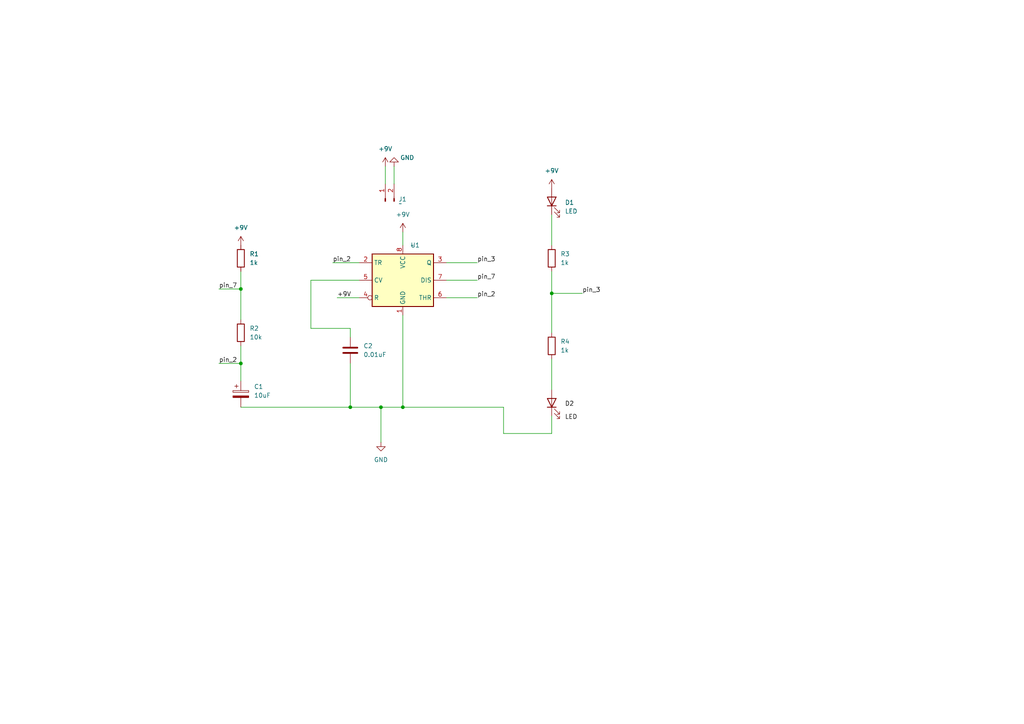
<source format=kicad_sch>
(kicad_sch (version 20230121) (generator eeschema)
  (paper "A4")
  (lib_symbols
    (symbol "Connector:Conn_01x02_Pin" (pin_names (offset 1.016) hide)
      (property "Reference" "J" (at 0 2.54 0))
      (property "Value" "Conn_01x02_Pin" (at 0 -5.08 0))
      (symbol "Conn_01x02_Pin_1_1"
        (polyline (pts (xy 1.27 -2.54) (xy 0.8636 -2.54)) (stroke (width 0.1524)))
        (polyline (pts (xy 1.27 0) (xy 0.8636 0)) (stroke (width 0.1524)))
        (rectangle (start 0.8636 -2.413) (end 0 -2.667) (stroke (width 0.1524)) (fill (type outline)))
        (rectangle (start 0.8636 0.127) (end 0 -0.127) (stroke (width 0.1524)) (fill (type outline)))
        (pin passive line (at 5.08 0 180) (length 3.81) (name "Pin_1") (number "1"))
        (pin passive line (at 5.08 -2.54 180) (length 3.81) (name "Pin_2") (number "2"))
      )
    )
    (symbol "Device:C" (pin_numbers hide) (pin_names (offset 0.254))
      (property "Reference" "C" (at 0.635 2.54 0))
      (property "Value" "C" (at 0.635 -2.54 0))
      (symbol "C_0_1"
        (polyline (pts (xy -2.032 -0.762) (xy 2.032 -0.762)) (stroke (width 0.508)))
        (polyline (pts (xy -2.032 0.762) (xy 2.032 0.762)) (stroke (width 0.508)))
      )
      (symbol "C_1_1"
        (pin passive line (at 0 3.81 270) (length 2.794) (name "~") (number "1"))
        (pin passive line (at 0 -3.81 90) (length 2.794) (name "~") (number "2"))
      )
    )
    (symbol "Device:C_Polarized" (pin_numbers hide) (pin_names (offset 0.254))
      (property "Reference" "C" (at 0.635 2.54 0))
      (property "Value" "C_Polarized" (at 0.635 -2.54 0))
      (symbol "C_Polarized_0_1"
        (rectangle (start -2.286 0.508) (end 2.286 1.016))
        (polyline (pts (xy -1.778 2.286) (xy -0.762 2.286)))
        (polyline (pts (xy -1.27 2.794) (xy -1.27 1.778)))
        (rectangle (start 2.286 -0.508) (end -2.286 -1.016) (fill (type outline)))
      )
      (symbol "C_Polarized_1_1"
        (pin passive line (at 0 3.81 270) (length 2.794) (name "~") (number "1"))
        (pin passive line (at 0 -3.81 90) (length 2.794) (name "~") (number "2"))
      )
    )
    (symbol "Device:LED" (pin_numbers hide) (pin_names (offset 1.016) hide)
      (property "Reference" "D" (at 0 2.54 0))
      (property "Value" "LED" (at 0 -2.54 0))
      (symbol "LED_0_1"
        (polyline (pts (xy -1.27 -1.27) (xy -1.27 1.27)) (stroke (width 0.254)))
        (polyline (pts (xy -1.27 0) (xy 1.27 0)))
        (polyline (pts (xy 1.27 -1.27) (xy 1.27 1.27) (xy -1.27 0) (xy 1.27 -1.27)) (stroke (width 0.254)))
        (polyline (pts (xy -3.048 -0.762) (xy -4.572 -2.286) (xy -3.81 -2.286) (xy -4.572 -2.286) (xy -4.572 -1.524)))
        (polyline (pts (xy -1.778 -0.762) (xy -3.302 -2.286) (xy -2.54 -2.286) (xy -3.302 -2.286) (xy -3.302 -1.524)))
      )
      (symbol "LED_1_1"
        (pin passive line (at -3.81 0 0) (length 2.54) (name "K") (number "1"))
        (pin passive line (at 3.81 0 180) (length 2.54) (name "A") (number "2"))
      )
    )
    (symbol "Device:R" (pin_numbers hide) (pin_names (offset 0))
      (property "Reference" "R" (at 2.032 0 90))
      (property "Value" "R" (at 0 0 90))
      (symbol "R_0_1"
        (rectangle (start -1.016 -2.54) (end 1.016 2.54) (stroke (width 0.254)))
      )
      (symbol "R_1_1"
        (pin passive line (at 0 3.81 270) (length 1.27) (name "~") (number "1"))
        (pin passive line (at 0 -3.81 90) (length 1.27) (name "~") (number "2"))
      )
    )
    (symbol "Timer:NE555D"
      (property "Reference" "U" (at -10.16 8.89 0))
      (property "Value" "NE555D" (at 2.54 8.89 0))
      (symbol "NE555D_0_0"
        (pin power_in line (at 0 -10.16 90) (length 2.54) (name "GND") (number "1"))
        (pin power_in line (at 0 10.16 270) (length 2.54) (name "VCC") (number "8"))
      )
      (symbol "NE555D_0_1"
        (rectangle (start -8.89 -7.62) (end 8.89 7.62) (stroke (width 0.254)) (fill (type background)))
        (rectangle (start -8.89 -7.62) (end 8.89 7.62) (stroke (width 0.254)) (fill (type background)))
      )
      (symbol "NE555D_1_1"
        (pin input line (at -12.7 5.08 0) (length 3.81) (name "TR") (number "2"))
        (pin output line (at 12.7 5.08 180) (length 3.81) (name "Q") (number "3"))
        (pin input inverted (at -12.7 -5.08 0) (length 3.81) (name "R") (number "4"))
        (pin input line (at -12.7 0 0) (length 3.81) (name "CV") (number "5"))
        (pin input line (at 12.7 -5.08 180) (length 3.81) (name "THR") (number "6"))
        (pin input line (at 12.7 0 180) (length 3.81) (name "DIS") (number "7"))
      )
    )
    (symbol "power:+9V" (power) (pin_names (offset 0))
      (property "Value" "+9V" (at 0 3.556 0))
      (symbol "+9V_0_1"
        (polyline (pts (xy -0.762 1.27) (xy 0 2.54)))
        (polyline (pts (xy 0 0) (xy 0 2.54)))
        (polyline (pts (xy 0 2.54) (xy 0.762 1.27)))
      )
      (symbol "+9V_1_1"
        (pin power_in line (at 0 0 90) (length 0) hide (name "+9V") (number "1"))
      )
    )
    (symbol "power:GND" (power) (pin_names (offset 0))
      (property "Value" "GND" (at 0 -3.81 0))
      (symbol "GND_0_1"
        (polyline (pts (xy 0 0) (xy 0 -1.27) (xy 1.27 -1.27) (xy 0 -2.54) (xy -1.27 -1.27) (xy 0 -1.27)))
      )
      (symbol "GND_1_1"
        (pin power_in line (at 0 0 270) (length 0) hide (name "GND") (number "1"))
      )
    )
  )
  (junction (at 101.6 118.11))
  (junction (at 110.49 118.11))
  (junction (at 69.85 105.41))
  (junction (at 160.02 85.09))
  (junction (at 116.84 118.11))
  (junction (at 69.85 83.82))
  (wire (pts (xy 97.79 86.36) (xy 104.14 86.36)))
  (wire (pts (xy 69.85 100.33) (xy 69.85 105.41)))
  (wire (pts (xy 90.17 81.28) (xy 104.14 81.28)))
  (wire (pts (xy 110.49 118.11) (xy 110.49 128.27)))
  (wire (pts (xy 69.85 78.74) (xy 69.85 83.82)))
  (wire (pts (xy 69.85 105.41) (xy 69.85 110.49)))
  (wire (pts (xy 146.05 125.73) (xy 160.02 125.73)))
  (wire (pts (xy 160.02 120.65) (xy 160.02 125.73)))
  (wire (pts (xy 110.49 118.11) (xy 116.84 118.11)))
  (wire (pts (xy 160.02 85.09) (xy 160.02 96.52)))
  (wire (pts (xy 129.54 86.36) (xy 138.43 86.36)))
  (wire (pts (xy 63.5 83.82) (xy 69.85 83.82)))
  (wire (pts (xy 101.6 95.25) (xy 90.17 95.25)))
  (wire (pts (xy 160.02 78.74) (xy 160.02 85.09)))
  (wire (pts (xy 146.05 118.11) (xy 146.05 125.73)))
  (wire (pts (xy 160.02 85.09) (xy 168.91 85.09)))
  (wire (pts (xy 116.84 118.11) (xy 146.05 118.11)))
  (wire (pts (xy 63.5 105.41) (xy 69.85 105.41)))
  (wire (pts (xy 116.84 91.44) (xy 116.84 118.11)))
  (wire (pts (xy 101.6 97.79) (xy 101.6 95.25)))
  (wire (pts (xy 114.3 48.26) (xy 114.3 53.34)))
  (wire (pts (xy 69.85 118.11) (xy 101.6 118.11)))
  (wire (pts (xy 116.84 67.31) (xy 116.84 71.12)))
  (wire (pts (xy 101.6 105.41) (xy 101.6 118.11)))
  (wire (pts (xy 129.54 76.2) (xy 138.43 76.2)))
  (wire (pts (xy 160.02 104.14) (xy 160.02 113.03)))
  (wire (pts (xy 101.6 118.11) (xy 110.49 118.11)))
  (wire (pts (xy 160.02 62.23) (xy 160.02 71.12)))
  (wire (pts (xy 90.17 95.25) (xy 90.17 81.28)))
  (wire (pts (xy 69.85 83.82) (xy 69.85 92.71)))
  (wire (pts (xy 129.54 81.28) (xy 138.43 81.28)))
  (wire (pts (xy 96.52 76.2) (xy 104.14 76.2)))
  (wire (pts (xy 111.76 48.26) (xy 111.76 53.34)))
  (label "LED" (at 163.83 121.92 0))
  (label "pin_3" (at 138.43 76.2 0))
  (label "pin_2" (at 63.5 105.41 0))
  (label "D2" (at 163.83 118.11 0))
  (label "pin_7" (at 63.5 83.82 0))
  (label "pin_2" (at 138.43 86.36 0))
  (label "pin_2" (at 96.52 76.2 0))
  (label "pin_3" (at 168.91 85.09 0))
  (label "+9V" (at 97.79 86.36 0))
  (label "pin_7" (at 138.43 81.28 0))
  (symbol (lib_id "Device:C_Polarized") (at 69.85 114.3 0) (unit 1)
    (property "Reference" "C1" (at 73.66 112.141 0) (effects (justify left)))
    (property "Value" "10uF" (at 73.66 114.681 0) (effects (justify left)))
    (property "Footprint" "CP_EIA-3216-18_Kemet-A_Pad1.58x1.35mm_HandSolder" (effects hide))
  )
  (symbol (lib_id "power:+9V") (at 111.76 48.26 0) (unit 1)
    (property "Reference" "#PWR05" (effects hide))
    (property "Value" "+9V" (at 111.76 43.18 0))
  )
  (symbol (lib_id "power:GND") (at 110.49 128.27 0) (unit 1)
    (property "Reference" "#PWR01" (effects hide))
    (property "Value" "GND" (at 110.49 133.35 0))
  )
  (symbol (lib_id "Device:C") (at 101.6 101.6 0) (unit 1)
    (property "Reference" "C2" (at 105.41 100.33 0) (effects (justify left)))
    (property "Value" "0.01uF" (at 105.41 102.87 0) (effects (justify left)))
    (property "Footprint" "C_0805_2012Metric_Pad1.18x1.45mm_HandSolder" (effects hide))
  )
  (symbol (lib_id "power:+9V") (at 160.02 54.61 0) (unit 1)
    (property "Reference" "#PWR03" (effects hide))
    (property "Value" "+9V" (at 160.02 49.53 0))
  )
  (symbol (lib_id "Device:LED") (at 160.02 58.42 90) (unit 1)
    (property "Reference" "D1" (at 163.83 58.7375 90) (effects (justify right)))
    (property "Value" "LED" (at 163.83 61.2775 90) (effects (justify right)))
  )
  (symbol (lib_id "Device:R") (at 160.02 74.93 0) (unit 1)
    (property "Reference" "R3" (at 162.56 73.66 0) (effects (justify left)))
    (property "Value" "1k" (at 162.56 76.2 0) (effects (justify left)))
    (property "Footprint" "R_0805_2012Metric_Pad1.20x1.40mm_HandSolder" (effects hide))
  )
  (symbol (lib_id "Timer:NE555D") (at 116.84 81.28 0) (unit 1)
    (property "Reference" "U1" (at 119.0341 71.12 0) (effects (justify left)))
    (property "Value" "~" (at 119.0341 71.12 0) (effects (justify left)))
    (property "Footprint" "SOIC-8-1EP_3.9x4.9mm_P1.27mm_EP2.29x3mm" (effects hide))
    (property "Datasheet" "http://www.ti.com/lit/ds/symlink/ne555.pdf" (effects hide))
  )
  (symbol (lib_id "Connector:Conn_01x02_Pin") (at 111.76 58.42 90) (unit 1)
    (property "Reference" "J1" (at 115.57 57.785 90) (effects (justify right)))
    (property "Value" "~" (at 115.57 59.055 90) (effects (justify right)))
    (property "Footprint" "JST_EH_S2B-EH_1x02_P2.50mm_Horizontal" (effects hide))
  )
  (symbol (lib_id "power:GND") (at 114.3 48.26 180) (unit 1)
    (property "Reference" "#PWR02" (effects hide))
    (property "Value" "GND" (at 118.11 45.72 0))
  )
  (symbol (lib_id "Device:R") (at 69.85 74.93 0) (unit 1)
    (property "Reference" "R1" (at 72.39 73.66 0) (effects (justify left)))
    (property "Value" "1k" (at 72.39 76.2 0) (effects (justify left)))
    (property "Footprint" "R_0805_2012Metric_Pad1.20x1.40mm_HandSolder" (effects hide))
  )
  (symbol (lib_id "power:+9V") (at 69.85 71.12 0) (unit 1)
    (property "Reference" "#PWR04" (effects hide))
    (property "Value" "+9V" (at 69.85 66.04 0))
  )
  (symbol (lib_id "Device:R") (at 160.02 100.33 0) (unit 1)
    (property "Reference" "R4" (at 162.56 99.06 0) (effects (justify left)))
    (property "Value" "1k" (at 162.56 101.6 0) (effects (justify left)))
    (property "Footprint" "R_0805_2012Metric_Pad1.20x1.40mm_HandSolder" (effects hide))
  )
  (symbol (lib_id "power:+9V") (at 116.84 67.31 0) (unit 1)
    (property "Reference" "#PWR06" (effects hide))
    (property "Value" "+9V" (at 116.84 62.23 0))
  )
  (symbol (lib_id "Device:R") (at 69.85 96.52 0) (unit 1)
    (property "Reference" "R2" (at 72.39 95.25 0) (effects (justify left)))
    (property "Value" "10k" (at 72.39 97.79 0) (effects (justify left)))
    (property "Footprint" "R_0805_2012Metric_Pad1.20x1.40mm_HandSolder" (effects hide))
  )
  (symbol (lib_id "Device:LED") (at 160.02 116.84 90) (unit 1)
    (property "Reference" "D2" (effects hide))
    (property "Value" "LED" (effects hide))
    (property "Footprint" "LED_1206_3216Metric_Pad1.42x1.75mm_HandSolder" (effects hide))
  )
)
</source>
